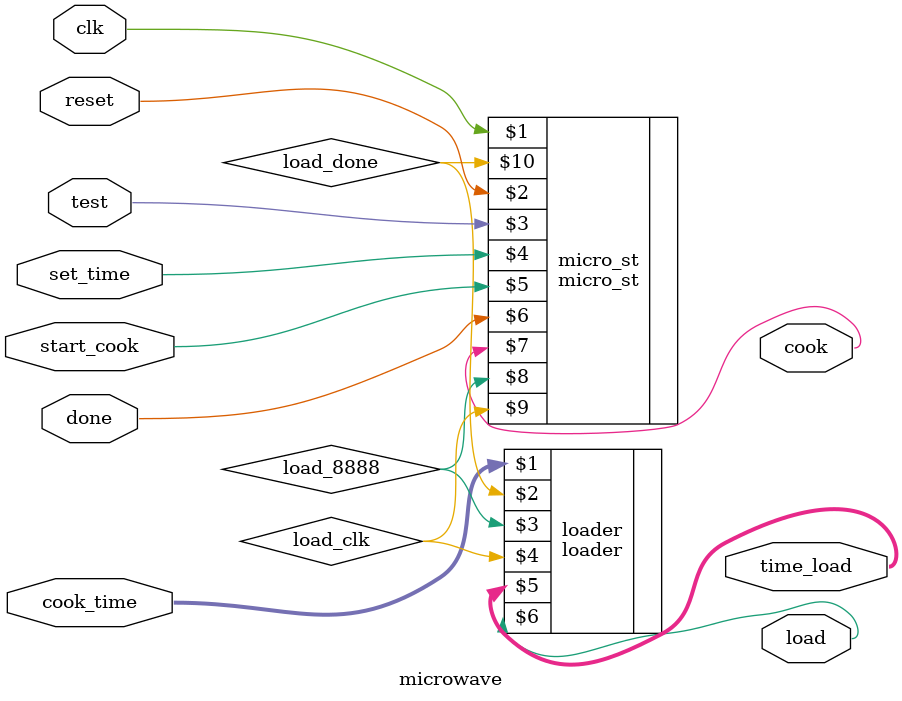
<source format=v>
module microwave(clk, reset, test, set_time, start_cook, done, cook_time, time_load,  cook, load);

input clk, reset, test, set_time, start_cook, done;
input [15:0] cook_time;
output [15:0] time_load;
output cook, load;

micro_st  micro_st(clk, reset, test, set_time, start_cook, done,
                         cook,load_8888, load_clk, load_done);
loader    loader(cook_time, load_done, load_8888, load_clk, time_load, load);


endmodule

</source>
